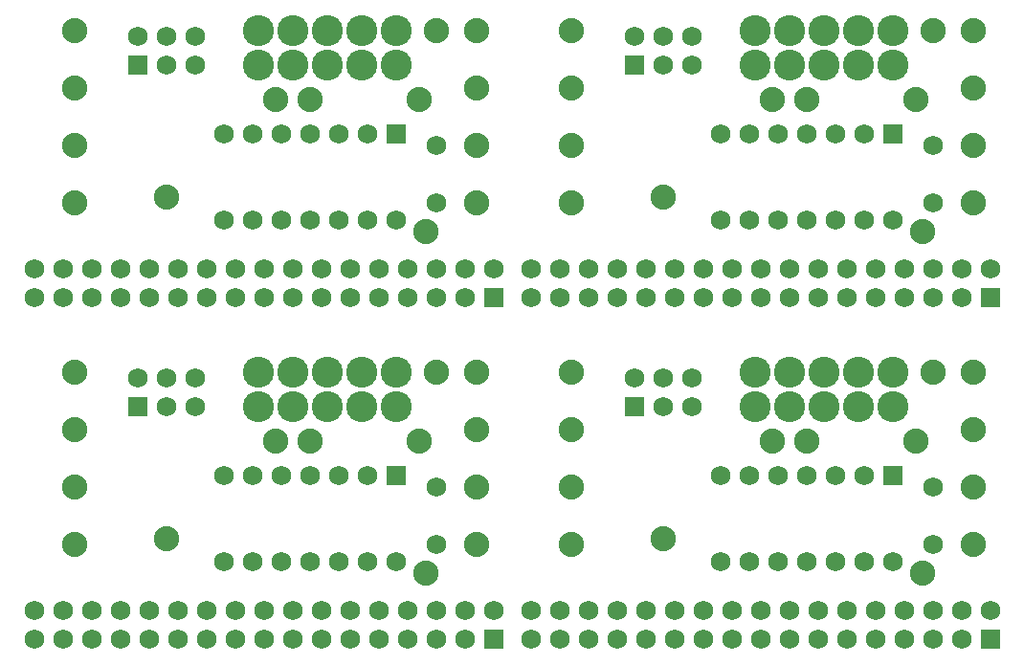
<source format=gts>
G04*
G04 #@! TF.GenerationSoftware,Altium Limited,Altium Designer,18.1.9 (240)*
G04*
G04 Layer_Color=8388736*
%FSLAX25Y25*%
%MOIN*%
G70*
G01*
G75*
%ADD19C,0.08800*%
%ADD20R,0.06800X0.06800*%
%ADD21C,0.06800*%
%ADD22C,0.10800*%
D19*
X373850Y297850D02*
D03*
X370372Y227850D02*
D03*
X247850Y277850D02*
D03*
Y257850D02*
D03*
Y237850D02*
D03*
Y297850D02*
D03*
X387850Y237850D02*
D03*
Y297850D02*
D03*
Y277850D02*
D03*
Y257850D02*
D03*
X367850Y273850D02*
D03*
X329850D02*
D03*
X317850D02*
D03*
X279850Y239850D02*
D03*
X546835Y297850D02*
D03*
X543356Y227850D02*
D03*
X420835Y277850D02*
D03*
Y257850D02*
D03*
Y237850D02*
D03*
Y297850D02*
D03*
X560835Y237850D02*
D03*
Y297850D02*
D03*
Y277850D02*
D03*
Y257850D02*
D03*
X540835Y273850D02*
D03*
X502835D02*
D03*
X490835D02*
D03*
X452835Y239850D02*
D03*
X373850Y416835D02*
D03*
X370372Y346835D02*
D03*
X247850Y396835D02*
D03*
Y376835D02*
D03*
Y356835D02*
D03*
Y416835D02*
D03*
X387850Y356835D02*
D03*
Y416835D02*
D03*
Y396835D02*
D03*
Y376835D02*
D03*
X367850Y392835D02*
D03*
X329850D02*
D03*
X317850D02*
D03*
X279850Y358835D02*
D03*
X546835Y416835D02*
D03*
X543356Y346835D02*
D03*
X420835Y396835D02*
D03*
Y376835D02*
D03*
Y356835D02*
D03*
Y416835D02*
D03*
X560835Y356835D02*
D03*
Y416835D02*
D03*
Y396835D02*
D03*
Y376835D02*
D03*
X540835Y392835D02*
D03*
X502835D02*
D03*
X490835D02*
D03*
X452835Y358835D02*
D03*
D20*
X393850Y204866D02*
D03*
X359850Y261850D02*
D03*
X269850Y285850D02*
D03*
X566835Y204866D02*
D03*
X532835Y261850D02*
D03*
X442835Y285850D02*
D03*
X393850Y323850D02*
D03*
X359850Y380835D02*
D03*
X269850Y404835D02*
D03*
X566835Y323850D02*
D03*
X532835Y380835D02*
D03*
X442835Y404835D02*
D03*
D21*
X233850Y214866D02*
D03*
X393850D02*
D03*
X383850Y204866D02*
D03*
Y214866D02*
D03*
X373850Y204866D02*
D03*
Y214866D02*
D03*
X363850Y204866D02*
D03*
X353850D02*
D03*
Y214866D02*
D03*
X343850Y204866D02*
D03*
Y214866D02*
D03*
X333850Y204866D02*
D03*
Y214866D02*
D03*
X323850Y204866D02*
D03*
Y214866D02*
D03*
X313850Y204866D02*
D03*
Y214866D02*
D03*
X303850Y204866D02*
D03*
Y214866D02*
D03*
X293850Y204866D02*
D03*
Y214866D02*
D03*
X283850Y204866D02*
D03*
Y214866D02*
D03*
X273850Y204866D02*
D03*
Y214866D02*
D03*
X263850Y204866D02*
D03*
Y214866D02*
D03*
X253850Y204866D02*
D03*
Y214866D02*
D03*
X243850Y204866D02*
D03*
Y214866D02*
D03*
X233850Y204866D02*
D03*
X363850Y214866D02*
D03*
X349850Y261850D02*
D03*
X339850D02*
D03*
X329850D02*
D03*
X319850D02*
D03*
X309850D02*
D03*
X299850D02*
D03*
Y231850D02*
D03*
X309850D02*
D03*
X319850D02*
D03*
X329850D02*
D03*
X339850D02*
D03*
X349850D02*
D03*
X359850D02*
D03*
X373850Y257850D02*
D03*
Y237850D02*
D03*
X289850Y295850D02*
D03*
Y285850D02*
D03*
X279850Y295850D02*
D03*
Y285850D02*
D03*
X269850Y295850D02*
D03*
X406835Y214866D02*
D03*
X566835D02*
D03*
X556835Y204866D02*
D03*
Y214866D02*
D03*
X546835Y204866D02*
D03*
Y214866D02*
D03*
X536835Y204866D02*
D03*
X526835D02*
D03*
Y214866D02*
D03*
X516835Y204866D02*
D03*
Y214866D02*
D03*
X506835Y204866D02*
D03*
Y214866D02*
D03*
X496835Y204866D02*
D03*
Y214866D02*
D03*
X486835Y204866D02*
D03*
Y214866D02*
D03*
X476835Y204866D02*
D03*
Y214866D02*
D03*
X466835Y204866D02*
D03*
Y214866D02*
D03*
X456835Y204866D02*
D03*
Y214866D02*
D03*
X446835Y204866D02*
D03*
Y214866D02*
D03*
X436835Y204866D02*
D03*
Y214866D02*
D03*
X426835Y204866D02*
D03*
Y214866D02*
D03*
X416835Y204866D02*
D03*
Y214866D02*
D03*
X406835Y204866D02*
D03*
X536835Y214866D02*
D03*
X522835Y261850D02*
D03*
X512835D02*
D03*
X502835D02*
D03*
X492835D02*
D03*
X482835D02*
D03*
X472835D02*
D03*
Y231850D02*
D03*
X482835D02*
D03*
X492835D02*
D03*
X502835D02*
D03*
X512835D02*
D03*
X522835D02*
D03*
X532835D02*
D03*
X546835Y257850D02*
D03*
Y237850D02*
D03*
X462835Y295850D02*
D03*
Y285850D02*
D03*
X452835Y295850D02*
D03*
Y285850D02*
D03*
X442835Y295850D02*
D03*
X233850Y333850D02*
D03*
X393850D02*
D03*
X383850Y323850D02*
D03*
Y333850D02*
D03*
X373850Y323850D02*
D03*
Y333850D02*
D03*
X363850Y323850D02*
D03*
X353850D02*
D03*
Y333850D02*
D03*
X343850Y323850D02*
D03*
Y333850D02*
D03*
X333850Y323850D02*
D03*
Y333850D02*
D03*
X323850Y323850D02*
D03*
Y333850D02*
D03*
X313850Y323850D02*
D03*
Y333850D02*
D03*
X303850Y323850D02*
D03*
Y333850D02*
D03*
X293850Y323850D02*
D03*
Y333850D02*
D03*
X283850Y323850D02*
D03*
Y333850D02*
D03*
X273850Y323850D02*
D03*
Y333850D02*
D03*
X263850Y323850D02*
D03*
Y333850D02*
D03*
X253850Y323850D02*
D03*
Y333850D02*
D03*
X243850Y323850D02*
D03*
Y333850D02*
D03*
X233850Y323850D02*
D03*
X363850Y333850D02*
D03*
X349850Y380835D02*
D03*
X339850D02*
D03*
X329850D02*
D03*
X319850D02*
D03*
X309850D02*
D03*
X299850D02*
D03*
Y350835D02*
D03*
X309850D02*
D03*
X319850D02*
D03*
X329850D02*
D03*
X339850D02*
D03*
X349850D02*
D03*
X359850D02*
D03*
X373850Y376835D02*
D03*
Y356835D02*
D03*
X289850Y414835D02*
D03*
Y404835D02*
D03*
X279850Y414835D02*
D03*
Y404835D02*
D03*
X269850Y414835D02*
D03*
X406835Y333850D02*
D03*
X566835D02*
D03*
X556835Y323850D02*
D03*
Y333850D02*
D03*
X546835Y323850D02*
D03*
Y333850D02*
D03*
X536835Y323850D02*
D03*
X526835D02*
D03*
Y333850D02*
D03*
X516835Y323850D02*
D03*
Y333850D02*
D03*
X506835Y323850D02*
D03*
Y333850D02*
D03*
X496835Y323850D02*
D03*
Y333850D02*
D03*
X486835Y323850D02*
D03*
Y333850D02*
D03*
X476835Y323850D02*
D03*
Y333850D02*
D03*
X466835Y323850D02*
D03*
Y333850D02*
D03*
X456835Y323850D02*
D03*
Y333850D02*
D03*
X446835Y323850D02*
D03*
Y333850D02*
D03*
X436835Y323850D02*
D03*
Y333850D02*
D03*
X426835Y323850D02*
D03*
Y333850D02*
D03*
X416835Y323850D02*
D03*
Y333850D02*
D03*
X406835Y323850D02*
D03*
X536835Y333850D02*
D03*
X522835Y380835D02*
D03*
X512835D02*
D03*
X502835D02*
D03*
X492835D02*
D03*
X482835D02*
D03*
X472835D02*
D03*
Y350835D02*
D03*
X482835D02*
D03*
X492835D02*
D03*
X502835D02*
D03*
X512835D02*
D03*
X522835D02*
D03*
X532835D02*
D03*
X546835Y376835D02*
D03*
Y356835D02*
D03*
X462835Y414835D02*
D03*
Y404835D02*
D03*
X452835Y414835D02*
D03*
Y404835D02*
D03*
X442835Y414835D02*
D03*
D22*
X311850Y285850D02*
D03*
X323850D02*
D03*
X335850D02*
D03*
X347850D02*
D03*
X311850Y297850D02*
D03*
X323850D02*
D03*
X335850D02*
D03*
X347850D02*
D03*
X359850D02*
D03*
Y285850D02*
D03*
X484835D02*
D03*
X496835D02*
D03*
X508835D02*
D03*
X520835D02*
D03*
X484835Y297850D02*
D03*
X496835D02*
D03*
X508835D02*
D03*
X520835D02*
D03*
X532835D02*
D03*
Y285850D02*
D03*
X311850Y404835D02*
D03*
X323850D02*
D03*
X335850D02*
D03*
X347850D02*
D03*
X311850Y416835D02*
D03*
X323850D02*
D03*
X335850D02*
D03*
X347850D02*
D03*
X359850D02*
D03*
Y404835D02*
D03*
X484835D02*
D03*
X496835D02*
D03*
X508835D02*
D03*
X520835D02*
D03*
X484835Y416835D02*
D03*
X496835D02*
D03*
X508835D02*
D03*
X520835D02*
D03*
X532835D02*
D03*
Y404835D02*
D03*
M02*

</source>
